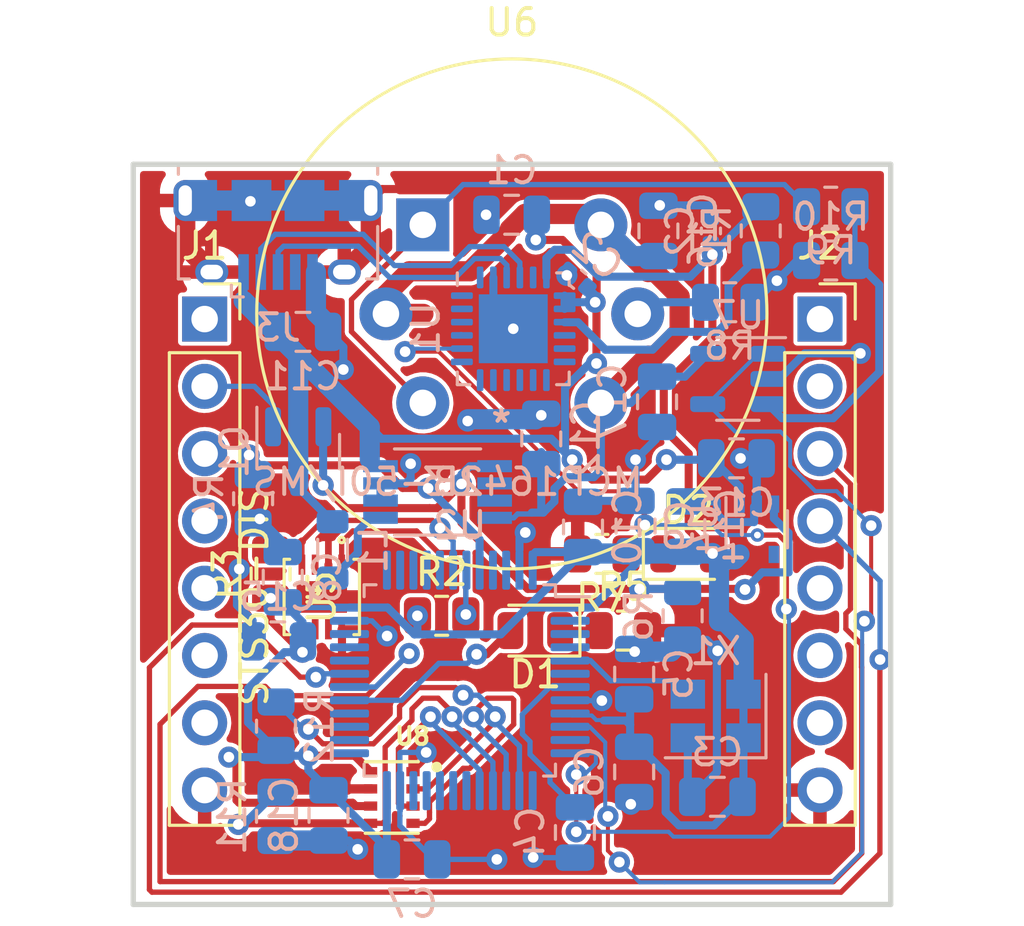
<source format=kicad_pcb>
(kicad_pcb (version 20211014) (generator pcbnew)
  (layers (0 "F.Cu" signal) (31 "B.Cu" signal) (34 "B.Paste" user) (35 "F.Paste" user) (36 "B.SilkS" user "B.Silkscreen") (37 "F.SilkS" user "F.Silkscreen") (38 "B.Mask" user) (39 "F.Mask" user) (44 "Edge.Cuts" user))
  (net 0 "")
  (net 1 "VBUS")
  (net 2 "GND")
  (net 3 "+3V3")
  (net 4 "Net-(C4-Pad1)")
  (net 5 "+5V")
  (net 6 "Net-(D1-Pad1)")
  (net 7 "Net-(D1-Pad2)")
  (net 8 "/RST")
  (net 9 "/INT")
  (net 10 "/Power_sheet/D-")
  (net 11 "/Power_sheet/D+")
  (net 13 "Net-(L1-Pad1)")
  (net 14 "Net-(R1-Pad2)")
  (net 15 "/SDA")
  (net 16 "/SCL")
  (net 17 "Net-(R4-Pad1)")
  (net 18 "/SPI1_MISO")
  (net 19 "/SPI1_NSS")
  (net 20 "/ADC1_IN0")
  (net 33 "/USART2_TX")
  (net 40 "Net-(U2-Pad5)")
  (net 43 "/SPI1_SCK")
  (net 44 "/SPI1_MOSI")
  (net 54 "/USART1_TX")
  (net 55 "/USART1_RX")
  (net 58 "/SWDIO")
  (net 59 "/SWCLK")
  (net 71 "Net-(Q1-Pad2)")
  (net 72 "Net-(R9-Pad1)")
  (net 73 "Net-(R10-Pad1)")
  (net 75 "Net-(D2-Pad1)")
  (net 76 "Net-(R8-Pad1)")
  (net 87 "unconnected-(U1-Pad21)")
  (net 88 "unconnected-(U2-Pad13)")
  (footprint "LED_SMD:LED_0805_2012Metric" (layer "F.Cu") (at 148.1836 81.3816)
    (fp_text reference "D2")
    (fp_text value "LED_RED")
  )
  (footprint "Connector_PinSocket_2.54mm:PinSocket_1x08_P2.54mm_Vertical" (layer "F.Cu") (at 129.946 72.517)
    (fp_text reference "J1")
    (fp_text value "Conn_01x08_Female")
  )
  (footprint "BMP280:XDCR_BMP280" (layer "F.Cu") (at 137.0076 90.5764)
    (fp_text reference "U8")
    (fp_text value "BMP280")
  )
  (footprint "Resistor_SMD:R_0805_2012Metric" (layer "F.Cu") (at 144.9343 81.3816 180)
    (fp_text reference "R7")
    (fp_text value "1k")
  )
  (footprint "STS30-DIS:STS30-DIS" (layer "F.Cu") (at 134.366 83.0072 -90)
    (fp_text reference "U5")
    (fp_text value "STS30-DIS")
  )
  (footprint "Resistor_SMD:R_0805_2012Metric" (layer "F.Cu") (at 138.8891 83.7184)
    (fp_text reference "R2")
    (fp_text value "10k")
  )
  (footprint "Resistor_SMD:R_0805_2012Metric" (layer "F.Cu") (at 145.7452 84.2772)
    (fp_text reference "R5")
    (fp_text value "1k")
  )
  (footprint "Connector_PinSocket_2.54mm:PinSocket_1x08_P2.54mm_Vertical" (layer "F.Cu") (at 153.162 72.517)
    (fp_text reference "J2")
    (fp_text value "Conn_01x08_Female")
  )
  (footprint "Resistor_SMD:R_0805_2012Metric" (layer "F.Cu") (at 132.4356 82.1417 90)
    (fp_text reference "R3")
    (fp_text value "10k")
  )
  (footprint "Sensor:MQ-6" (layer "F.Cu") (at 138.176 68.961)
    (fp_text reference "U6")
    (fp_text value "MQ-6")
  )
  (footprint "LED_SMD:LED_0805_2012Metric" (layer "F.Cu") (at 142.4201 84.2772 180)
    (fp_text reference "D1")
    (fp_text value "LED_GREEN")
  )
  (footprint "Capacitor_SMD:C_0805_2012Metric" (layer "B.Cu") (at 142.6464 77.0408 90)
    (fp_text reference "C12")
    (fp_text value "10u")
  )
  (footprint "Capacitor_SMD:C_0805_2012Metric" (layer "B.Cu") (at 137.7696 92.9132)
    (fp_text reference "C7")
    (fp_text value "100n")
  )
  (footprint "Package_TO_SOT_SMD:SOT-353_SC-70-5" (layer "B.Cu") (at 150.7744 80.452 -90)
    (fp_text reference "U4")
    (fp_text value "MIC5366-3.3YC5")
  )
  (footprint "Capacitor_SMD:C_0402_1005Metric" (layer "B.Cu") (at 144.018 71.014662 140)
    (fp_text reference "C2")
    (fp_text value "0.1u")
  )
  (footprint "Capacitor_SMD:C_0805_2012Metric" (layer "B.Cu") (at 144.2212 80.3656 90)
    (fp_text reference "C10")
    (fp_text value "4.7u")
  )
  (footprint "Resistor_SMD:R_0805_2012Metric" (layer "B.Cu") (at 153.5684 68.2752)
    (fp_text reference "R9")
    (fp_text value "2k")
  )
  (footprint "Capacitor_SMD:C_0805_2012Metric" (layer "B.Cu") (at 150.0124 77.7748)
    (fp_text reference "C13")
    (fp_text value "1u")
  )
  (footprint "Capacitor_SMD:C_0805_2012Metric" (layer "B.Cu") (at 146.1516 89.6112 -90)
    (fp_text reference "C6")
    (fp_text value "10n")
  )
  (footprint "Package_DFN_QFN:QFN-24-1EP_4x4mm_P0.5mm_EP2.6x2.6mm" (layer "B.Cu") (at 141.59 72.883 -90)
    (fp_text reference "U1")
    (fp_text value "~")
  )
  (footprint "Oscillator:Oscillator_SMD_Abracon_ASE-4Pin_3.2x2.5mm" (layer "B.Cu") (at 149.225 87.503 180)
    (fp_text reference "X1")
    (fp_text value "ASE-8MHz")
  )
  (footprint "Resistor_SMD:R_0805_2012Metric" (layer "B.Cu") (at 132.6388 91.2876 -90)
    (fp_text reference "R11")
    (fp_text value "10k")
  )
  (footprint "Resistor_SMD:R_0805_2012Metric" (layer "B.Cu") (at 132.6388 87.8859 90)
    (fp_text reference "R12")
    (fp_text value "10k")
  )
  (footprint "Package_QFP:LQFP-48_7x7mm_P0.5mm" (layer "B.Cu") (at 139.573 86.1568 180)
    (fp_text reference "U2")
    (fp_text value "STM32F103C8Tx")
  )
  (footprint "Capacitor_SMD:C_0805_2012Metric" (layer "B.Cu") (at 134.62 91.252 -90)
    (fp_text reference "C18")
    (fp_text value "100n")
  )
  (footprint "Resistor_SMD:R_0805_2012Metric" (layer "B.Cu") (at 147.9804 83.7184 -90)
    (fp_text reference "R6")
    (fp_text value "10k")
  )
  (footprint "Capacitor_SMD:C_0402_1005Metric" (layer "B.Cu") (at 149.0472 69.1896 -90)
    (fp_text reference "C2")
    (fp_text value "0.1u")
  )
  (footprint "Capacitor_SMD:C_0805_2012Metric" (layer "B.Cu") (at 132.8928 82.2604 90)
    (fp_text reference "C8")
    (fp_text value "100n")
  )
  (footprint "Capacitor_SMD:C_0805_2012Metric" (layer "B.Cu") (at 143.9164 91.8972 -90)
    (fp_text reference "C4")
    (fp_text value "0.1u")
  )
  (footprint "Capacitor_SMD:C_0805_2012Metric" (layer "B.Cu") (at 149.291 90.551 180)
    (fp_text reference "C3")
    (fp_text value "18p")
  )
  (footprint "Capacitor_SMD:C_0805_2012Metric" (layer "B.Cu") (at 147.0152 75.6412 -90)
    (fp_text reference "C17")
    (fp_text value "100n")
  )
  (footprint "Resistor_SMD:R_0805_2012Metric" (layer "B.Cu") (at 153.5684 70.3072 180)
    (fp_text reference "R10")
    (fp_text value "3k")
  )
  (footprint "Capacitor_SMD:C_0805_2012Metric" (layer "B.Cu") (at 146.1516 85.918 90)
    (fp_text reference "C5")
    (fp_text value "1u")
  )
  (footprint "Capacitor_SMD:C_0805_2012Metric" (layer "B.Cu") (at 132.7048 84.6836 180)
    (fp_text reference "C15")
    (fp_text value "100n")
  )
  (footprint "Inductor_SMD:L_0805_2012Metric" (layer "B.Cu") (at 134.7724 81.2292 90)
    (fp_text reference "L1")
    (fp_text value "4.7u")
  )
  (footprint "Resistor_SMD:R_0805_2012Metric" (layer "B.Cu") (at 149.7584 71.882)
    (fp_text reference "R8")
    (fp_text value "10k")
  )
  (footprint "Capacitor_SMD:C_0805_2012Metric" (layer "B.Cu") (at 146.2024 80.33 90)
    (fp_text reference "C9")
    (fp_text value "100n")
  )
  (footprint "Connector_USB:USB_Micro-B_Amphenol_10118194_Horizontal" (layer "B.Cu") (at 132.715 69.342)
    (fp_text reference "J3")
    (fp_text value "USB_B_Micro")
  )
  (footprint "Resistor_SMD:R_0805_2012Metric" (layer "B.Cu") (at 131.7752 79.2988 -90)
    (fp_text reference "R4")
    (fp_text value "10k")
  )
  (footprint "Capacitor_SMD:C_0805_2012Metric" (layer "B.Cu") (at 148.082 80.3504 90)
    (fp_text reference "C14")
    (fp_text value "1u")
  )
  (footprint "MCP1642:MCP1642B-50I&slash_MS" (layer "B.Cu") (at 138.7348 79.0448 180)
    (fp_text reference "U3")
    (fp_text value "MCP1642B-50I/MS")
  )
  (footprint "Capacitor_SMD:C_0805_2012Metric" (layer "B.Cu") (at 141.5288 68.58 180)
    (fp_text reference "C1")
    (fp_text value "1u")
  )
  (footprint "Package_TO_SOT_SMD:SOT-23-5" (layer "B.Cu") (at 150.0632 74.7776 180)
    (fp_text reference "U7")
    (fp_text value "LMV7219M5")
  )
  (footprint "Package_TO_SOT_SMD:SOT-23" (layer "B.Cu") (at 133.477 77.5208 -90)
    (fp_text reference "Q1")
    (fp_text value "2N7002")
  )
  (footprint "Capacitor_SMD:C_0805_2012Metric" (layer "B.Cu") (at 147.066 69.1896 90)
    (fp_text reference "C16")
    (fp_text value "100n")
  )
  (footprint "Resistor_SMD:R_0805_2012Metric" (layer "B.Cu") (at 150.9268 69.1877 -90)
    (fp_text reference "R1")
    (fp_text value "4.7k")
  )
  (footprint "Capacitor_SMD:C_0805_2012Metric" (layer "B.Cu") (at 133.6548 72.9996)
    (fp_text reference "C11")
    (fp_text value "10u")
  )
  (gr_line (start 127.254 94.615) (end 127.254 66.675) (layer "Edge.Cuts") (width 0.2))
  (gr_line (start 155.829 66.675) (end 155.829 94.615) (layer "Edge.Cuts") (width 0.2))
  (gr_line (start 155.829 94.615) (end 127.254 94.615) (layer "Edge.Cuts") (width 0.2))
  (gr_line (start 127.254 66.675) (end 155.829 66.675) (layer "Edge.Cuts") (width 0.2))
  (segment (start 143.443148 69.529148) (end 144.734911 70.820911) (width 0.3048) (layer "F.Cu") (net 1))
  (segment (start 144.566711 78.577511) (end 146.618889 78.577511) (width 0.3048) (layer "F.Cu") (net 1))
  (segment (start 146.618889 78.577511) (end 147.3708 77.8256) (width 0.3048) (layer "F.Cu") (net 1))
  (segment (start 144.734911 70.820911) (end 144.734911 71.825489) (width 0.3048) (layer "F.Cu") (net 1))
  (segment (start 142.440475 69.529148) (end 143.443148 69.529148) (width 0.3048) (layer "F.Cu") (net 1))
  (segment (start 144.734911 71.825489) (end 144.6784 71.882) (width 0.3048) (layer "F.Cu") (net 1))
  (segment (start 144.7292 71.9328) (end 144.6784 71.882) (width 0.3048) (layer "F.Cu") (net 1))
  (segment (start 144.7292 74.1934) (end 144.7292 71.9328) (width 0.3048) (layer "F.Cu") (net 1))
  (segment (start 143.8148 77.8256) (end 144.566711 78.577511) (width 0.3048) (layer "F.Cu") (net 1))
  (via (at 147.3708 77.8256) (size 0.8) (drill 0.4) (layers "F.Cu" "B.Cu") (net 1))
  (via (at 142.440475 69.529148) (size 0.8) (drill 0.4) (layers "F.Cu" "B.Cu") (net 1))
  (via (at 143.8148 77.8256) (size 0.8) (drill 0.4) (layers "F.Cu" "B.Cu") (net 1))
  (via (at 144.7292 74.1934) (size 0.8) (drill 0.4) (layers "F.Cu" "B.Cu") (net 1))
  (via (at 144.6784 71.882) (size 0.8) (drill 0.4) (layers "F.Cu" "B.Cu") (net 1))
  (segment (start 131.415 71.8266) (end 131.4196 71.8312) (width 0.3048) (layer "B.Cu") (net 1))
  (segment (start 133.477 78.8713) (end 134.7724 80.1667) (width 0.3048) (layer "B.Cu") (net 1))
  (segment (start 133.477 78.4583) (end 133.477 78.8713) (width 0.3048) (layer "B.Cu") (net 1))
  (segment (start 136.621311 77.032911) (end 136.176301 76.587901) (width 0.3048) (layer "B.Cu") (net 1))
  (segment (start 144.6784 71.882) (end 144.6784 71.615899) (width 0.3048) (layer "B.Cu") (net 1))
  (segment (start 131.415 70.742) (end 131.415 71.8266) (width 0.3048) (layer "B.Cu") (net 1))
  (segment (start 143.5275 71.633) (end 143.5275 71.8995) (width 0.3048) (layer "B.Cu") (net 1))
  (segment (start 144.6784 71.882) (end 143.545 71.882) (width 0.3048) (layer "B.Cu") (net 1))
  (segment (start 144.465678 74.1934) (end 144.7292 74.1934) (width 0.3048) (layer "B.Cu") (net 1))
  (segment (start 149.1084 77.8208) (end 149.0624 77.7748) (width 0.3048) (layer "B.Cu") (net 1))
  (segment (start 133.477 73.8886) (end 131.4196 71.8312) (width 0.762) (layer "B.Cu") (net 1))
  (segment (start 143.022111 77.032911) (end 136.621311 77.032911) (width 0.3048) (layer "B.Cu") (net 1))
  (segment (start 136.176301 76.587901) (end 136.176301 77.809088) (width 0.762) (layer "B.Cu") (net 1))
  (segment (start 143.5275 71.8995) (end 143.5275 72.133) (width 0.3048) (layer "B.Cu") (net 1))
  (segment (start 143.8148 77.8256) (end 143.544089 77.554889) (width 0.3048) (layer "B.Cu") (net 1))
  (segment (start 133.477 73.8886) (end 136.176301 76.587901) (width 0.762) (layer "B.Cu") (net 1))
  (segment (start 144.6784 71.615899) (end 144.385701 71.3232) (width 0.3048) (layer "B.Cu") (net 1))
  (segment (start 142.440475 68.618325) (end 142.4788 68.58) (width 0.3048) (layer "B.Cu") (net 1))
  (segment (start 143.8148 77.8256) (end 143.022111 77.032911) (width 0.3048) (layer "B.Cu") (net 1))
  (segment (start 142.440475 69.529148) (end 142.440475 68.618325) (width 0.3048) (layer "B.Cu") (net 1))
  (segment (start 149.0116 77.8256) (end 149.0624 77.7748) (width 0.3048) (layer "B.Cu") (net 1))
  (segment (start 150.1244 79.502) (end 150.1244 78.8368) (width 0.3048) (layer "B.Cu") (net 1))
  (segment (start 147.3708 77.8256) (end 149.0116 77.8256) (width 0.3048) (layer "B.Cu") (net 1))
  (segment (start 143.545 71.882) (end 143.5275 71.8995) (width 0.3048) (layer "B.Cu") (net 1))
  (segment (start 150.1244 78.8368) (end 149.0624 77.7748) (width 0.3048) (layer "B.Cu") (net 1))
  (segment (start 143.544089 77.554889) (end 143.544089 75.114989) (width 0.3048) (layer "B.Cu") (net 1))
  (segment (start 143.544089 75.114989) (end 144.465678 74.1934) (width 0.3048) (layer "B.Cu") (net 1))
  (segment (start 133.477 78.7885) (end 133.477 73.8886) (width 0.762) (layer "B.Cu") (net 1))
  (segment (start 136.2456 69.7484) (end 136.215 69.7178) (width 0.762) (layer "F.Cu") (net 2))
  (segment (start 134.616 82.7572) (end 134.366 83.0072) (width 0.3048) (layer "F.Cu") (net 2))
  (segment (start 139.592689 67.609089) (end 136.647911 67.609089) (width 0.3048) (layer "F.Cu") (net 2))
  (segment (start 134.616 81.788) (end 134.616 82.7572) (width 0.3048) (layer "F.Cu") (net 2))
  (segment (start 135.215 70.742) (end 135.252 70.742) (width 0.762) (layer "F.Cu") (net 2))
  (segment (start 135.252 70.742) (end 136.2456 69.7484) (width 0.762) (layer "F.Cu") (net 2))
  (segment (start 135.128 84.2772) (end 135.128 85.2424) (width 0.3048) (layer "F.Cu") (net 2))
  (segment (start 140.5636 68.58) (end 139.592689 67.609089) (width 0.3048) (layer "F.Cu") (net 2))
  (segment (start 129.215 69.742) (end 130.215 70.742) (width 0.762) (layer "F.Cu") (net 2))
  (segment (start 129.215 68.042) (end 129.215 69.742) (width 0.762) (layer "F.Cu") (net 2))
  (segment (start 135.116001 84.265201) (end 135.128 84.2772) (width 0.3048) (layer "F.Cu") (net 2))
  (segment (start 138.303 89.106) (end 137.8076 89.6014) (width 0.2) (layer "F.Cu") (net 2))
  (segment (start 136.647911 67.609089) (end 136.215 68.042) (width 0.3048) (layer "F.Cu") (net 2))
  (segment (start 136.215 69.7178) (end 136.215 68.042) (width 0.762) (layer "F.Cu") (net 2))
  (segment (start 135.116001 84.2264) (end 135.116001 84.265201) (width 0.3048) (layer "F.Cu") (net 2))
  (segment (start 138.303 88.8746) (end 138.303 89.106) (width 0.2) (layer "F.Cu") (net 2))
  (segment (start 135.116001 84.2264) (end 135.89 84.2264) (width 0.3048) (layer "F.Cu") (net 2))
  (via (at 150.1648 77.7748) (size 0.8) (drill 0.4) (layers "F.Cu" "B.Cu") (net 2))
  (via (at 141.59 72.883) (size 0.8) (drill 0.4) (layers "F.Cu" "B.Cu") (net 2))
  (via (at 154.686 73.8124) (size 0.8) (drill 0.4) (layers "F.Cu" "B.Cu") (net 2))
  (via (at 135.7201 92.5322) (size 0.8) (drill 0.4) (layers "F.Cu" "B.Cu") (net 2))
  (via (at 132.0292 80.0608) (size 0.8) (drill 0.4) (layers "F.Cu" "B.Cu") (net 2))
  (via (at 131.253428 81.950843) (size 0.8) (drill 0.4) (layers "F.Cu" "B.Cu") (net 2))
  (via (at 138.303 88.8746) (size 0.8) (drill 0.4) (layers "F.Cu" "B.Cu") (net 2))
  (via (at 144.9324 86.9188) (size 0.8) (drill 0.4) (layers "F.Cu" "B.Cu") (net 2))
  (via (at 142.044092 80.573507) (size 0.8) (drill 0.4) (layers "F.Cu" "B.Cu") (net 2))
  (via (at 149.3012 85.0392) (size 0.8) (drill 0.4) (layers "F.Cu" "B.Cu") (net 2))
  (via (at 146.2024 77.8256) (size 0.8) (drill 0.4) (layers "F.Cu" "B.Cu") (net 2))
  (via (at 146.172 85.0696) (size 0.8) (drill 0.4) (layers "F.Cu" "B.Cu") (net 2))
  (via (at 151.5364 71.0692) (size 0.8) (drill 0.4) (layers "F.Cu" "B.Cu") (net 2))
  (via (at 135.1788 74.422) (size 0.8) (drill 0.4) (layers "F.Cu" "B.Cu") (net 2))
  (via (at 136.8298 84.4804) (size 0.8) (drill 0.4) (layers "F.Cu" "B.Cu") (net 2))
  (via (at 137.7188 77.978) (size 0.8) (drill 0.4) (layers "F.Cu" "B.Cu") (net 2))
  (via (at 143.6116 70.866) (size 0.8) (drill 0.4) (layers "F.Cu" "B.Cu") (net 2))
  (via (at 140.97 92.9132) (size 0.8) (drill 0.4) (layers "F.Cu" "B.Cu") (net 2))
  (via (at 147.1168 68.2244) (size 0.8) (drill 0.4) (layers "F.Cu" "B.Cu") (net 2))
  (via (at 140.5636 68.58) (size 0.8) (drill 0.4) (layers "F.Cu" "B.Cu") (net 2))
  (via (at 142.6464 76.1492) (size 0.8) (drill 0.4) (layers "F.Cu" "B.Cu") (net 2))
  (via (at 146.0246 90.8304) (size 0.8) (drill 0.4) (layers "F.Cu" "B.Cu") (net 2))
  (via (at 142.3416 92.837) (size 0.8) (drill 0.4) (layers "F.Cu" "B.Cu") (net 2))
  (via (at 139.870756 76.365749) (size 0.8) (drill 0.4) (layers "F.Cu" "B.Cu") (net 2))
  (via (at 131.6736 68.072) (size 0.8) (drill 0.4) (layers "F.Cu" "B.Cu") (net 2))
  (segment (start 154.686 73.8124) (end 152.588222 73.8124) (width 0.3048) (layer "B.Cu") (net 2))
  (segment (start 147.9804 84.6309) (end 148.8929 84.6309) (width 0.3048) (layer "B.Cu") (net 2))
  (segment (start 149.032 68.2244) (end 149.0472 68.2396) (width 0.3048) (layer "B.Cu") (net 2))
  (segment (start 142.3416 92.837) (end 142.3518 92.8472) (width 0.2) (layer "B.Cu") (net 2))
  (segment (start 150.7744 79.502) (end 150.676311 79.600089) (width 0.3048) (layer "B.Cu") (net 2))
  (segment (start 151.5364 71.0692) (end 152.2984 70.3072) (width 0.3048) (layer "B.Cu") (net 2))
  (segment (start 137.3124 91.6432) (end 138.5824 92.9132) (width 0.2) (layer "B.Cu") (net 2))
  (segment (start 149.273089 89.618911) (end 148.341 90.551) (width 0.3048) (layer "B.Cu") (net 2))
  (segment (start 137.541001 78.719799) (end 137.7188 78.542) (width 0.3048) (layer "B.Cu") (net 2))
  (segment (start 148.175 90.385) (end 148.341 90.551) (width 0.3048) (layer "B.Cu") (net 2))
  (segment (start 146.172 85.0696) (end 147.5417 85.0696) (width 0.762) (layer "B.Cu") (net 2))
  (segment (start 132.08 80.4976) (end 132.8928 81.3104) (width 0.3048) (layer "B.Cu") (net 2))
  (segment (start 140.97 92.9132) (end 138.7196 92.9132) (width 0.2) (layer "B.Cu") (net 2))
  (segment (start 136.582701 79.369801) (end 136.582701 78.719799) (width 0.3048) (layer "B.Cu") (net 2))
  (segment (start 140.84 70.9455) (end 140.84 72.133) (width 0.3048) (layer "B.Cu") (net 2))
  (segment (start 134.7216 72.8472) (end 134.145511 72.271111) (width 0.762) (layer "B.Cu") (net 2))
  (segment (start 140.84 72.133) (end 141.59 72.883) (width 0.3048) (layer "B.Cu") (net 2))
  (segment (start 134.6181 92.2001) (end 134.62 92.202) (width 0.762) (layer "B.Cu") (net 2))
  (segment (start 146.2024 79.38) (end 144.2568 79.38) (width 0.3048) (layer "B.Cu") (net 2))
  (segment (start 132.6388 92.2001) (end 134.6181 92.2001) (width 0.762) (layer "B.Cu") (net 2))
  (segment (start 136.582701 78.719799) (end 137.541001 78.719799) (width 0.3048) (layer "B.Cu") (net 2))
  (segment (start 149.2758 79.4004) (end 148.082 79.4004) (width 0.3048) (layer "B.Cu") (net 2))
  (segment (start 148.175 88.328) (end 148.175 90.385) (width 0.3048) (layer "B.Cu") (net 2))
  (segment (start 151.4837 71.0692) (end 150.6709 71.882) (width 0.3048) (layer "B.Cu") (net 2))
  (segment (start 135.4105 83.9068) (end 136.2562 83.9068) (width 0.2) (layer "B.Cu") (net 2))
  (segment (start 137.3378 88.8746) (end 138.303 88.8746) (width 0.2) (layer "B.Cu") (net 2))
  (segment (start 135.1788 73.5736) (end 134.6048 72.9996) (width 0.3048) (layer "B.Cu") (net 2))
  (segment (start 149.3012 85.0392) (end 149.273089 85.067311) (width 0.3048) (layer "B.Cu") (net 2))
  (segment (start 131.1656 83.312) (end 131.1656 82.038671) (width 0.3048) (layer "B.Cu") (net 2))
  (segment (start 137.323 90.3193) (end 137.323 91.086451) (width 0.2) (layer "B.Cu") (net 2))
  (segment (start 132.8928 80.9244) (end 132.8928 81.3104) (width 0.3048) (layer "B.Cu") (net 2))
  (segment (start 150.7744 79.502) (end 150.7744 77.9628) (width 0.3048) (layer "B.Cu") (net 2))
  (segment (start 137.3124 88.9) (end 137.3378 88.8746) (width 0.2) (layer "B.Cu") (net 2))
  (segment (start 149.0472 68.7096) (end 149.0472 68.2396) (width 0.3048) (layer "B.Cu") (net 2))
  (segment (start 132.0292 80.0608) (end 132.8928 80.9244) (width 0.3048) (layer "B.Cu") (net 2))
  (segment (start 150.7744 77.9628) (end 150.9624 77.7748) (width 0.3048) (layer "B.Cu") (net 2))
  (segment (start 149.572489 80.178911) (end 149.2758 79.882222) (width 0.3048) (layer "B.Cu") (net 2))
  (segment (start 144.9324 86.9188) (end 143.7475 86.9188) (width 0.2) (layer "B.Cu") (net 2))
  (segment (start 132.08 80.0608) (end 132.08 80.4976) (width 0.3048) (layer "B.Cu") (net 2))
  (segment (start 141.82492 80.792679) (end 141.82492 81.2292) (width 0.3048) (layer "B.Cu") (net 2))
  (segment (start 137.3124 91.097051) (end 137.3124 91.6432) (width 0.2) (layer "B.Cu") (net 2))
  (segment (start 131.7548 84.6836) (end 131.7548 83.9012) (width 0.3048) (layer "B.Cu") (net 2))
  (segment (start 142.3518 92.8472) (end 143.9164 92.8472) (width 0.2) (layer "B.Cu") (net 2))
  (segment (start 150.676311 80.178911) (end 149.572489 80.178911) (width 0.3048) (layer "B.Cu") (net 2))
  (segment (start 135.7201 92.5322) (end 135.3899 92.202) (width 0.3048) (layer "B.Cu") (net 2))
  (segment (start 146.9644 76.2356) (end 146.9644 77.0636) (width 0.3048) (layer "B.Cu") (net 2))
  (segment (start 142.044092 80.573507) (end 141.82492 80.792679) (width 0.3048) (layer "B.Cu") (net 2))
  (segment (start 137.3124 90.3087) (end 137.3124 88.9) (width 0.2) (layer "B.Cu") (net 2))
  (segment (start 143.7475 86.9188) (end 143.7355 86.9068) (width 0.2) (layer "B.Cu") (net 2))
  (segment (start 151.623022 74.7776) (end 151.2007 74.7776) (width 0.3048) (layer "B.Cu") (net 2))
  (segment (start 152.2984 70.3072) (end 152.6559 70.3072) (width 0.3048) (layer "B.Cu") (net 2))
  (segment (start 145.9992 90.805) (end 145.9992 90.5612) (width 0.3048) (layer "B.Cu") (net 2))
  (segment (start 134.145511 72.271111) (end 134.145511 70.742) (width 0.762) (layer "B.Cu") (net 2))
  (segment (start 147.5417 85.0696) (end 147.9804 84.6309) (width 0.762) (layer "B.Cu") (net 2))
  (segment (start 149.273089 85.067311) (end 149.273089 89.618911) (width 0.3048) (layer "B.Cu") (net 2))
  (segment (start 138.5824 92.9132) (end 138.7196 92.9132) (width 0.2) (layer "B.Cu") (net 2))
  (segment (start 150.676311 79.600089) (end 150.676311 80.178911) (width 0.3048) (layer "B.Cu") (net 2))
  (segment (start 150.7744 78.435727) (end 150.7744 79.502) (width 0.3048) (layer "B.Cu") (net 2))
  (segment (start 150.1648 77.7748) (end 150.9624 77.7748) (width 0.3048) (layer "B.Cu") (net 2))
  (segment (start 144.2568 79.38) (end 144.2212 79.4156) (width 0.3048) (layer "B.Cu") (net 2))
  (segment (start 151.5364 71.0692) (end 151.4837 71.0692) (width 0.3048) (layer "B.Cu") (net 2))
  (segment (start 142.437209 76.299991) (end 139.870756 76.299991) (width 0.762) (layer "B.Cu") (net 2))
  (segment (start 131.7548 83.9012) (end 131.1656 83.312) (width 0.3048) (layer "B.Cu") (net 2))
  (segment (start 146.9644 77.0636) (end 146.2024 77.8256) (width 0.3048) (layer "B.Cu") (net 2))
  (segment (start 146.0246 90.8304) (end 145.9992 90.805) (width 0.3048) (layer "B.Cu") (net 2))
  (segment (start 137.323 91.086451) (end 137.3124 91.097051) (width 0.2) (layer "B.Cu") (net 2))
  (segment (start 135.1788 74.422) (end 135.1788 73.5736) (width 0.3048) (layer "B.Cu") (net 2))
  (segment (start 150.789041 78.421086) (end 150.7744 78.435727) (width 0.3048) (layer "B.Cu") (net 2))
  (segment (start 136.2562 83.9068) (end 136.8298 84.4804) (width 0.2) (layer "B.Cu") (net 2))
  (segment (start 142.6464 76.0908) (end 142.437209 76.299991) (width 0.762) (layer "B.Cu") (net 2))
  (segment (start 152.588222 73.8124) (end 151.623022 74.7776) (width 0.3048) (layer "B.Cu") (net 2))
  (segment (start 149.2758 79.882222) (end 149.2758 79.4004) (width 0.3048) (layer "B.Cu") (net 2))
  (segment (start 129.815 68.042) (end 135.615 68.042) (width 0.762) (layer "B.Cu") (net 2))
  (segment (start 147.1168 68.2244) (end 149.032 68.2244) (width 0.3048) (layer "B.Cu") (net 2))
  (segment (start 131.1656 82.038671) (end 131.253428 81.950843) (width 0.3048) (layer "B.Cu") (net 2))
  (segment (start 145.9992 85.0696) (end 146.172 85.0696) (width 0.762) (layer "B.Cu") (net 2))
  (segment (start 137.323 90.3193) (end 137.3124 90.3087) (width 0.2) (layer "B.Cu") (net 2))
  (segment (start 148.8929 84.6309) (end 149.3012 85.0392) (width 0.3048) (layer "B.Cu") (net 2))
  (segment (start 137.7188 78.542) (end 137.7188 77.978) (width 0.3048) (layer "B.Cu") (net 2))
  (segment (start 146.2024 77.8256) (end 146.2024 79.38) (width 0.3048) (layer "B.Cu") (net 2))
  (segment (start 135.3899 92.202) (end 134.62 92.202) (width 0.3048) (layer "B.Cu") (net 2))
  (segment (start 135.52732 90.77592) (end 135.6528 90.9014) (width 0.3048) (layer "F.Cu") (net 3))
  (segment (start 132.4356 83.891297) (end 132.4356 83.0542) (width 0.3048) (layer "F.Cu") (net 3))
  (segment (start 149.1031 70.0837) (end 149.1031 73.1977) (width 0.3048) (layer "F.Cu") (net 3))
  (segment (start 148.209 80.4695) (end 149.1211 81.3816) (width 0.3048) (layer "F.Cu") (net 3))
  (segment (start 149.1031 73.1977) (end 147.2692 75.0316) (width 0.3048) (layer "F.Cu") (net 3))
  (segment (start 135.6078 89.0016) (end 136.2076 89.6014) (width 0.3048) (layer "F.Cu") (net 3))
  (segment (start 131.147911 89.339511) (end 131.147911 90.678) (width 0.3048) (layer "F.Cu") (net 3))
  (segment (start 130.8608 89.0524) (end 131.147911 89.339511) (width 0.3048) (layer "F.Cu") (net 3))
  (segment (start 133.615999 85.071696) (end 133.615999 84.2264) (width 0.3048) (layer "F.Cu") (net 3))
  (segment (start 147.2692 76.660636) (end 148.209 77.600436) (width 0.3048) (layer "F.Cu") (net 3))
  (segment (start 131.245831 90.77592) (end 135.52732 90.77592) (width 0.3048) (layer "F.Cu") (net 3))
  (segment (start 131.147911 90.678) (end 131.245831 90.77592) (width 0.3048) (layer "F.Cu") (net 3))
  (segment (start 147.2692 75.0316) (end 147.2692 76.660636) (width 0.3048) (layer "F.Cu") (net 3))
  (segment (start 148.209 77.600436) (end 148.209 80.4695) (width 0.3048) (layer "F.Cu") (net 3))
  (segment (start 133.858 89.0016) (end 135.6078 89.0016) (width 0.3048) (layer "F.Cu") (net 3))
  (segment (start 133.636942 85.092639) (end 133.615999 85.071696) (width 0.3048) (layer "F.Cu") (net 3))
  (segment (start 135.6528 90.9014) (end 136.2076 90.9014) (width 0.3048) (layer "F.Cu") (net 3))
  (segment (start 133.636942 85.092639) (end 132.4356 83.891297) (width 0.3048) (layer "F.Cu") (net 3))
  (via (at 149.1084 81.3664) (size 0.8) (drill 0.4) (layers "F.Cu" "B.Cu") (net 3))
  (via (at 130.8608 89.0524) (size 0.8) (drill 0.4) (layers "F.Cu" "B.Cu") (net 3))
  (via (at 133.858 89.0016) (size 0.8) (drill 0.4) (layers "F.Cu" "B.Cu") (net 3))
  (via (at 132.4356 83.0542) (size 0.8) (drill 0.4) (layers "F.Cu" "B.Cu") (net 3))
  (via (at 149.1031 70.0837) (size 0.8) (drill 0.4) (layers "F.Cu" "B.Cu") (net 3))
  (via (at 133.636942 85.092639) (size 0.8) (drill 0.4) (layers "F.Cu" "B.Cu") (net 3))
  (via (at 137.9728 83.7184) (size 0.8) (drill 0.4) (layers "F.Cu" "B.Cu") (net 3))
  (segment (start 143.1544 69.9008) (end 142.84 70.2152) (width 0.3048) (layer "B.Cu") (net 3))
  (segment (start 143.7355 87.4068) (end 143.80978 87.48108) (width 0.1524) (layer "B.Cu") (net 3))
  (segment (start 137.861111 84.419511) (end 136.84648 83.40488) (width 0.3048) (layer "B.Cu") (net 3))
  (segment (start 135.4105 83.4068) (end 133.0892 83.4068) (width 0.2) (layer "B.Cu") (net 3))
  (segment (start 149.9418 81.5846) (end 149.3266 81.5846) (width 0.762) (layer "B.Cu") (net 3))
  (segment (start 133.858 89.0016) (end 133.858 89.54) (width 0.3048) (layer "B.Cu") (net 3))
  (segment (start 133.858 89.0016) (end 132.842 89.0016) (width 0.3048) (layer "B.Cu") (net 3))
  (segment (start 146.2024 81.777316) (end 146.2024 81.28) (width 0.3048) (layer "B.Cu") (net 3))
  (segment (start 133.636942 83.954542) (end 132.8928 83.2104) (width 0.3048) (layer "B.Cu") (net 3))
  (segment (start 132.3848 89.0524) (end 132.6388 88.7984) (width 0.3048) (layer "B.Cu") (net 3))
  (segment (start 136.8196 92.5016) (end 136.8196 92.9132) (width 0.3048) (layer "B.Cu") (net 3))
  (segment (start 132.955818 85.092639) (end 131.58688 86.461577) (width 0.3048) (layer "B.Cu") (net 3))
  (segment (start 149.0472 70.1396) (end 148.27 70.9168) (width 0.3048) (layer "B.Cu") (net 3))
  (segment (start 149.1031 70.0837) (end 149.0472 70.1396) (width 0.3048) (layer "B.Cu") (net 3))
  (segment (start 136.8196 92.9132) (end 136.82108 92.91172) (width 0.3048) (layer "B.Cu") (net 3))
  (segment (start 137.9728 84.307822) (end 137.861111 84.419511) (width 0.3048) (layer "B.Cu") (net 3))
  (segment (start 142.13192 83.40488) (end 144.574836 83.40488) (width 0.3048) (layer "B.Cu") (net 3))
  (segment (start 144.2212 81.3156) (end 142.428 81.3156) (width 0.3048) (layer "B.Cu") (net 3))
  (segment (start 145.9992 87.8332) (end 145.9992 86.9696) (width 0.3048) (layer "B.Cu") (net 3))
  (segment (start 145.9992 88.6612) (end 145.9992 87.8332) (width 0.3048) (layer "B.Cu") (net 3))
  (segment (start 150.275 90.517) (end 150.275 86.678) (width 0.3048) (layer "B.Cu") (net 3))
  (segment (start 149.16408 91.62792) (end 150.241 90.551) (width 0.3048) (layer "B.Cu") (net 3))
  (segment (start 145.9992 87.8332) (end 145.836711 87.670711) (width 0.3048) (layer "B.Cu") (net 3))
  (segment (start 144.2212 81.3156) (end 142.1308 83.406) (width 0.3048) (layer "B.Cu") (net 3))
  (segment (start 131.58688 87.74648) (end 132.6388 88.7984) (width 0.3048) (layer "B.Cu") (net 3))
  (segment (start 149.352 81.61) (end 149.1084 81.3664) (width 0.762) (layer "B.Cu") (net 3))
  (segment (start 149.3266 81.5846) (end 149.1084 81.3664) (width 0.762) (layer "B.Cu") (net 3))
  (segment (start 149.570253 83.9216) (end 150.281711 84.633058) (width 0.762) (layer "B.Cu") (net 3))
  (segment (start 146.2888 81.3664) (end 146.2024 81.28) (width 0.3048) (layer "B.Cu") (net 3))
  (segment (start 142.32492 81.41868) (end 142.32492 81.9943) (width 0.3048) (layer "B.Cu") (net 3))
  (segment (start 150.281711 84.633058) (end 150.281711 86.671289) (width 0.762) (layer "B.Cu") (net 3))
  (segment (start 150.9116 68.2752) (end 149.1031 70.0837) (width 0.3048) (layer "B.Cu") (net 3))
  (segment (start 147.3404 89.662) (end 147.3404 91.126643) (width 0.3048) (layer "B.Cu") (net 3))
  (segment (start 134.62 90.302) (end 136.8196 92.5016) (width 0.3048) (layer "B.Cu") (net 3))
  (segment (start 142.1308 83.406) (end 141.117289 84.419511) (width 0.3048) (layer "B.Cu") (net 3))
  (segment (start 149.352 83.9216) (end 149.570253 83.9216) (width 0.762) (layer "B.Cu") (net 3))
  (segment (start 130.8608 89.0524) (end 132.3848 89.0524) (width 0.3048) (layer "B.Cu") (net 3))
  (segment (start 144.8308 70.9168) (end 143.8148 69.9008) (width 0.3048) (layer "B.Cu") (net 3))
  (segment (start 133.0892 83.4068) (end 132.8928 83.2104) (width 0.2) (layer "B.Cu") (net 3))
  (segment (start 142.428 81.3156) (end 142.32492 81.41868) (width 0.3048) (layer "B.Cu") (net 3))
  (segment (start 133.858 89.54) (end 134.62 90.302) (width 0.3048) (layer "B.Cu") (net 3))
  (segment (start 133.636942 85.092639) (end 133.636942 83.954542) (width 0.3048) (layer "B.Cu") (net 3))
  (segment (start 148.27 70.9168) (end 144.8308 70.9168) (width 0.3048) (layer "B.Cu") (net 3))
  (segment (start 145.836711 87.670711) (end 145.0086 87.670711) (width 0.3048) (layer "B.Cu") (net 3))
  (segment (start 137.9728 83.7184) (end 137.9728 84.307822) (width 0.3048) (layer "B.Cu") (net 3))
  (segment (start 150.281711 86.671289) (end 150.275 86.678) (width 0.762) (layer "B.Cu") (net 3))
  (segment (start 144.724511 87.6554) (end 145.0086 87.6554) (width 0.1524) (layer "B.Cu") (net 3))
  (segment (start 142.84 70.2152) (end 142.84 70.9455) (width 0.3048) (layer "B.Cu") (net 3))
  (segment (start 144.574836 83.40488) (end 146.2024 81.777316) (width 0.3048) (layer "B.Cu") (net 3))
  (segment (start 150.9268 68.2752) (end 150.9116 68.2752) (width 0.3048) (layer "B.Cu") (net 3))
  (segment (start 143.80978 87.48108) (end 144.550191 87.48108) (width 0.1524) (layer "B.Cu") (net 3))
  (segment (start 131.58688 86.461577) (end 131.58688 87.74648) (width 0.3048) (layer "B.Cu") (net 3))
  (segment (start 150.1244 81.402) (end 149.9418 81.5846) (width 0.762) (layer "B.Cu") (net 3))
  (segment (start 145.9992 88.6612) (end 146.3396 88.6612) (width 0.3048) (layer "B.Cu") (net 3))
  (segment (start 146.3396 88.6612) (end 147.3404 89.662) (width 0.3048) (layer "B.Cu") (net 3))
  (segment (start 132.842 89.0016) (end 132.6388 88.7984) (width 0.3048) (layer "B.Cu") (net 3))
  (segment (start 142.1308 83.406) (end 142.13192 83.40488) (width 0.3048) (layer "B.Cu") (net 3))
  (segment (start 136.82108 92.91172) (end 136.82108 90.3193) (width 0.3048) (layer "B.Cu") (net 3))
  (segment (start 147.841677 91.62792) (end 149.16408 91.62792) (width 0.3048) (layer "B.Cu") (net 3))
  (segment (start 144.272 81.3664) (end 144.2212 81.3156) (width 0.762) (layer "B.Cu") (net 3))
  (segment (start 133.636942 85.092639) (end 132.955818 85.092639) (width 0.3048) (layer "B.Cu") (net 3))
  (segment (start 136.84648 83.40488) (end 135.4105 83.40488) (width 0.3048) (layer "B.Cu") (net 3))
  (segment (start 150.241 90.551) (end 150.275 90.517) (width 0.3048) (layer "B.Cu") (net 3))
  (segment (start 144.550191 87.48108) (end 144.724511 87.6554) (width 0.1524) (layer "B.Cu") (net 3))
  (segment (start 149.352 83.9216) (end 149.352 81.61) (width 0.762) (layer "B.Cu") (net 3))
  (segment (start 149.1084 81.3664) (end 144.272 81.3664) (width 0.762) (layer "B.Cu") (net 3))
  (segment (start 147.3404 91.126643) (end 147.841677 91.62792) (width 0.3048) (layer "B.Cu") (net 3))
  (segment (start 141.117289 84.419511) (end 137.861111 84.419511) (width 0.3048) (layer "B.Cu") (net 3))
  (segment (start 143.8148 69.9008) (end 143.1544 69.9008) (width 0.3048) (layer "B.Cu") (net 3))
  (segment (start 141.9352 87.439949) (end 141.9352 88.182594) (width 0.2) (layer "B.Cu") (net 4))
  (segment (start 142.968349 86.4068) (end 141.9352 87.439949) (width 0.2) (layer "B.Cu") (net 4))
  (segment (start 142.9766 90.0074) (end 143.9164 90.9472) (width 0.2) (layer "B.Cu") (net 4))
  (segment (start 142.22252 88.469914) (end 142.22252 88.951669) (width 0.2) (layer "B.Cu") (net 4))
  (segment (start 143.9164 90.9472) (end 143.9164 90.645549) (width 0.2) (layer "B.Cu") (net 4))
  (segment (start 142.9766 89.705749) (end 142.9766 90.0074) (width 0.2) (layer "B.Cu") (net 4))
  (segment (start 142.22252 88.951669) (end 142.9766 89.705749) (width 0.2) (layer "B.Cu") (net 4))
  (segment (start 143.7355 86.4068) (end 142.968349 86.4068) (width 0.2) (layer "B.Cu") (net 4))
  (segment (start 141.9352 88.182594) (end 142.22252 88.469914) (width 0.2) (layer "B.Cu") (net 4))
  (segment (start 147.866511 71.66633) (end 147.866511 72.97567) (width 0.762) (layer "F.Cu") (net 5))
  (segment (start 136.786 72.321) (end 136.595489 72.511511) (width 0.762) (layer "F.Cu") (net 5))
  (segment (start 144.896 68.961) (end 144.483637 68.548637) (width 0.762) (layer "F.Cu") (net 5))
  (segment (start 146.675489 73.901511) (end 144.896 75.681) (width 0.762) (layer "F.Cu") (net 5))
  (segment (start 139.954 70.7136) (end 141.3256 69.342) (width 0.762) (layer "F.Cu") (net 5))
  (segment (start 144.896 68.961) (end 146.675489 70.740489) (width 0.762) (layer "F.Cu") (net 5))
  (segment (start 146.675489 70.740489) (end 146.94067 70.740489) (width 0.762) (layer "F.Cu") (net 5))
  (segment (start 144.483637 68.548637) (end 142.034333 68.548637) (width 0.762) (layer "F.Cu") (net 5))
  (segment (start 147.866511 72.97567) (end 146.94067 73.901511) (width 0.762) (layer "F.Cu") (net 5))
  (segment (start 136.786 72.321) (end 138.200213 72.321) (width 0.762) (layer "F.Cu") (net 5))
  (segment (start 136.786 71.5956) (end 137.668 70.7136) (width 0.762) (layer "F.Cu") (net 5))
  (segment (start 136.786 72.321) (end 136.786 71.5956) (width 0.762) (layer "F.Cu") (net 5))
  (segment (start 146.94067 70.740489) (end 147.866511 71.66633) (width 0.762) (layer "F.Cu") (net 5))
  (segment (start 146.94067 73.901511) (end 146.675489 73.901511) (width 0.762) (layer "F.Cu") (net 5))
  (segment (start 137.668 70.7136) (end 139.954 70.7136) (width 0.762) (layer "F.Cu") (net 5))
  (segment (start 142.034333 68.548637) (end 141.459964 69.123006) (width 0.762) (layer "F.Cu") (net 5))
  (segment (start 144.6276 78.486) (end 143.574557 78.486) (width 0.3048) (layer "B.Cu") (net 5))
  (segment (start 141.754344 79.873996) (end 142.2908 79.873996) (width 0.2) (layer "B.Cu") (net 5))
  (segment (start 147.0152 74.6912) (end 148.0621 74.6912) (width 0.3048) (layer "B.Cu") (net 5))
  (segment (start 148.0621 74.6912) (end 148.9257 73.8276) (width 0.3048) (layer "B.Cu") (net 5))
  (segment (start 143.574557 78.486) (end 143.14428 78.916277) (width 0.3048) (layer "B.Cu") (net 5))
  (segment (start 144.896 75.681) (end 144.896 78.2176) (width 0.3048) (layer "B.Cu") (net 5))
  (segment (start 144.896 78.2176) (end 144.6276 78.486) (width 0.3048) (layer "B.Cu") (net 5))
  (segment (start 146.0746 70.1396) (end 144.896 68.961) (width 0.762) (layer "B.Cu") (net 5))
  (segment (start 140.886899 80.019799) (end 141.608541 80.019799) (width 0.2) (layer "B.Cu") (net 5))
  (segment (start 143.14428 79.4004) (end 142.723084 79.821596) (width 0.3048) (layer "B.Cu") (net 5))
  (segment (start 142.723084 79.821596) (end 142.2908 79.821596) (width 0.3048) (layer "B.Cu") (net 5))
  (segment (start 142.6464 79.744912) (end 142.6464 77.537231) (width 0.3048) (layer "B.Cu") (net 5))
  (segment (start 142.723084 79.821596) (end 142.6464 79.744912) (width 0.3048) (layer "B.Cu") (net 5))
  (segment (start 143.14428 78.916277) (end 143.14428 79.4004) (width 0.3048) (layer "B.Cu") (net 5))
  (segment (start 141.608541 80.019799) (end 141.754344 79.873996) (width 0.2) (layer "B.Cu") (net 5))
  (segment (start 146.0254 75.681) (end 147.0152 74.6912) (width 0.3048) (layer "B.Cu") (net 5))
  (segment (start 147.066 70.1396) (end 146.0746 70.1396) (width 0.762) (layer "B.Cu") (net 5))
  (segment (start 144.896 75.681) (end 146.0254 75.681) (width 0.3048) (layer "B.Cu") (net 5))
  (segment (start 143.3576 84.2772) (end 144.8327 84.2772) (width 0.3048) (layer "F.Cu") (net 6))
  (segment (start 140.588389 85.171411) (end 141.4826 84.2772) (width 0.3048) (layer "F.Cu") (net 7))
  (segment (start 140.208 85.171411) (end 140.588389 85.171411) (width 0.3048) (layer "F.Cu") (net 7))
  (via (at 140.208 85.171411) (size 0.8) (drill 0.4) (layers "F.Cu" "B.Cu") (net 7))
  (segment (start 138.781977 85.511769) (end 139.867642 85.511769) (width 0.2) (layer "B.Cu") (net 7))
  (segment (start 137.386945 86.9068) (end 138.781977 85.511769) (width 0.2) (layer "B.Cu") (net 7))
  (segment (start 135.4105 86.9068) (end 137.386945 86.9068) (width 0.2) (layer "B.Cu") (net 7))
  (segment (start 139.867642 85.511769) (end 140.208 85.171411) (width 0.2) (layer "B.Cu") (net 7))
  (segment (start 132.527 75.758) (end 131.826 75.057) (width 0.2) (layer "B.Cu") (net 8))
  (segment (start 132.527 76.9135) (end 132.527 75.758) (width 0.2) (layer "B.Cu") (net 8))
  (segment (start 131.826 75.057) (end 129.946 75.057) (width 0.2) (layer "B.Cu") (net 8))
  (segment (start 132.612502 69.317498) (end 132.065 69.865) (width 0.2) (layer "B.Cu") (net 10))
  (segment (start 132.065 69.865) (end 132.065 70.742) (width 0.2) (layer "B.Cu") (net 10))
  (segment (start 135.929698 69.317498) (end 132.612502 69.317498) (width 0.2) (layer "B.Cu") (net 10))
  (segment (start 137.1077 70.4955) (end 135.929698 69.317498) (width 0.2) (layer "B.Cu") (net 10))
  (segment (start 139.941154 69.783489) (end 139.229143 70.4955) (width 0.2) (layer "B.Cu") (net 10))
  (segment (start 141.238846 69.783489) (end 139.941154 69.783489) (width 0.2) (layer "B.Cu") (net 10))
  (segment (start 141.238846 69.783489) (end 141.84 70.384643) (width 0.2) (layer "B.Cu") (net 10))
  (segment (start 141.84 70.384643) (end 141.84 70.9455) (width 0.2) (layer "B.Cu") (net 10))
  (segment (start 139.229143 70.4955) (end 137.1077 70.4955) (width 0.2) (layer "B.Cu") (net 10))
  (segment (start 136.9213 70.9455) (end 139.415527 70.9455) (width 0.2) (layer "B.Cu") (net 11))
  (segment (start 132.715 69.977) (end 132.924502 69.767498) (width 0.2) (layer "B.Cu") (net 11))
  (segment (start 141.351 70.485) (end 141.351 70.9345) (width 0.2) (layer "B.Cu") (net 11))
  (segment (start 141.351 70.9345) (end 141.34 70.9455) (width 0.2) (layer "B.Cu") (net 11))
  (segment (start 140.127547 70.23348) (end 141.09948 70.23348) (width 0.2) (layer "B.Cu") (net 11))
  (segment (start 132.924502 69.767498) (end 135.743298 69.767498) (width 0.2) (layer "B.Cu") (net 11))
  (segment (start 132.715 70.742) (end 132.715 69.977) (width 0.2) (layer "B.Cu") (net 11))
  (segment (start 135.743298 69.767498) (end 136.9213 70.9455) (width 0.2) (layer "B.Cu") (net 11))
  (segment (start 141.09948 70.23348) (end 141.351 70.485) (width 0.2) (layer "B.Cu") (net 11))
  (segment (start 139.415527 70.9455) (end 140.127547 70.23348) (width 0.2) (layer "B.Cu") (net 11))
  (segment (start 135.72432 80.518) (end 136.222521 80.019799) (width 0.3048) (layer "B.Cu") (net 13))
  (segment (start 136.222521 80.019799) (end 136.582701 80.019799) (width 0.3048) (layer "B.Cu") (net 13))
  (segment (start 134.7724 82.2917) (end 135.72432 81.33978) (width 0.3048) (layer "B.Cu") (net 13))
  (segment (start 135.72432 81.33978) (end 135.72432 80.518) (width 0.3048) (layer "B.Cu") (net 13))
  (segment (start 146.845981 73.672911) (end 145.065989 73.672911) (width 0.3048) (layer "B.Cu") (net 14))
  (segment (start 147.519292 72.9996) (end 146.845981 73.672911) (width 0.3048) (layer "B.Cu") (net 14))
  (segment (start 145.065989 73.672911) (end 144.030398 72.63732) (width 0.3048) (layer "B.Cu") (net 14))
  (segment (start 150.888957 70.1002) (end 149.71032 71.278837) (width 0.3048) (layer "B.Cu") (net 14))
  (segment (start 149.71032 72.581323) (end 149.292043 72.9996) (width 0.3048) (layer "B.Cu") (net 14))
  (segment (start 144.030398 72.63732) (end 143.5275 72.63732) (width 0.3048) (layer "B.Cu") (net 14))
  (segment (start 150.9268 70.1002) (end 150.888957 70.1002) (width 0.3048) (layer "B.Cu") (net 14))
  (segment (start 149.292043 72.9996) (end 147.519292 72.9996) (width 0.3048) (layer "B.Cu") (net 14))
  (segment (start 149.71032 71.278837) (end 149.71032 72.581323) (width 0.3048) (layer "B.Cu") (net 14))
  (segment (start 135.5344 80.5164) (end 135.116001 80.934799) (width 0.2) (layer "F.Cu") (net 15))
  (segment (start 139.7 81.3308) (end 138.76033 81.3308) (width 0.2) (layer "F.Cu") (net 15))
  (segment (start 139.8016 81.4324) (end 139.7 81.3308) (width 0.2) (layer "F.Cu") (net 15))
  (segment (start 137.94593 80.5164) (end 135.5344 80.5164) (width 0.2) (layer "F.Cu") (net 15))
  (segment (start 135.116001 80.934799) (end 135.116001 81.788) (width 0.2) (layer "F.Cu") (net 15))
  (segment (start 139.8016 83.6676) (end 139.8016 81.4324) (width 0.2) (layer "F.Cu") (net 15))
  (segment (start 138.76033 81.3308) (end 137.94593 80.5164) (width 0.2) (layer "F.Cu") (net 15))
  (via (at 139.8016 83.6676) (size 0.8) (drill 0.4) (layers "F.Cu" "B.Cu") (net 15))
  (segment (start 139.8016 82.0157) (end 139.823 81.9943) (width 0.2) (layer "B.Cu") (net 15))
  (segment (start 139.8016 83.6676) (end 139.8016 82.0157) (width 0.2) (layer "B.Cu") (net 15))
  (segment (start 133.2992 81.2292) (end 133.615999 80.912401) (width 0.3048) (layer "F.Cu") (net 16))
  (segment (start 134.41152 80.11688) (end 133.615999 80.912401) (width 0.2) (layer "F.Cu") (net 16))
  (segment (start 133.615999 80.912401) (end 133.615999 81.788) (width 0.2) (layer "F.Cu") (net 16))
  (segment (start 138.535669 80.11688) (end 134.41152 80.11688) (width 0.2) (layer "F.Cu") (net 16))
  (segment (start 132.4356 81.2292) (end 133.2992 81.2292) (width 0.3048) (layer "F.Cu") (net 16))
  (segment (start 138.825568 80.406779) (end 138.535669 80.11688) (width 0.2) (layer "F.Cu") (net 16))
  (via (at 138.825568 80.406779) (size 0.8) (drill 0.4) (layers "F.Cu" "B.Cu") (net 16))
  (segment (start 139.323 81.9943) (end 139.323 80.904211) (width 0.2) (layer "B.Cu") (net 16))
  (segment (start 139.323 80.904211) (end 138.825568 80.406779) (width 0.2) (layer "B.Cu") (net 16))
  (segment (start 138.0337 78.9025) (end 138.378644 78.9025) (width 0.3048) (layer "F.Cu") (net 17))
  (segment (start 136.560489 78.038889) (end 137.414 78.8924) (width 0.3048) (layer "F.Cu") (net 17))
  (segment (start 138.0236 78.8924) (end 138.0337 78.9025) (width 0.3048) (layer "F.Cu") (net 17))
  (segment (start 131.6228 77.6478) (end 132.013889 78.038889) (width 0.3048) (layer "F.Cu") (net 17))
  (segment (start 132.013889 78.038889) (end 136.560489 78.038889) (width 0.3048) (layer "F.Cu") (net 17))
  (segment (start 137.414 78.8924) (end 138.0236 78.8924) (width 0.3048) (layer "F.Cu") (net 17))
  (via (at 131.6228 77.6478) (size 0.8) (drill 0.4) (layers "F.Cu" "B.Cu") (net 17))
  (via (at 138.378644 78.9025) (size 0.8) (drill 0.4) (layers "F.Cu" "B.Cu") (net 17))
  (segment (start 138.378644 78.9025) (end 138.384653 78.9025) (width 0.3048) (layer "B.Cu") (net 17))
  (segment (start 140.32108 80.838927) (end 140.32108 81.2292) (width 0.3048) (layer "B.Cu") (net 17))
  (segment (start 138.384653 78.9025) (end 140.32108 80.838927) (width 0.3048) (layer "B.Cu") (net 17))
  (segment (start 131.6228 77.6478) (end 132.08 78.105) (width 0.3048) (layer "B.Cu") (net 17))
  (segment (start 132.08 78.105) (end 132.08 78.2358) (width 0.3048) (layer "B.Cu") (net 17))
  (segment (start 138.178073 86.828889) (end 137.76831 87.238652) (width 0.2) (layer "F.Cu") (net 18))
  (segment (start 137.76831 87.238652) (end 137.76831 87.662905) (width 0.2) (layer "F.Cu") (net 18))
  (segment (start 131.2574 91.5514) (end 136.2076 91.5514) (width 0.3048) (layer "F.Cu") (net 18))
  (segment (start 136.757111 91.451889) (end 136.6576 91.5514) (width 0.2) (layer "F.Cu") (net 18))
  (segment (start 139.280621 87.5284) (end 139.280621 87.351941) (width 0.2) (layer "F.Cu") (net 18))
  (segment (start 136.6576 91.5514) (end 136.2076 91.5514) (width 0.2) (layer "F.Cu") (net 18))
  (segment (start 138.757569 86.828889) (end 138.178073 86.828889) (width 0.2) (layer "F.Cu") (net 18))
  (segment (start 137.76831 87.662905) (end 136.757111 88.674104) (width 0.2) (layer "F.Cu") (net 18))
  (segment (start 131.2164 91.5924) (end 131.2574 91.5514) (width 0.3048) (layer "F.Cu") (net 18))
  (segment (start 136.757111 88.674104) (end 136.757111 91.451889) (width 0.2) (layer "F.Cu") (net 18))
  (segment (start 139.280621 87.351941) (end 138.757569 86.828889) (width 0.2) (layer "F.Cu") (net 18))
  (via (at 139.280621 87.5284) (size 0.8) (drill 0.4) (layers "F.Cu" "B.Cu") (net 18))
  (via (at 131.2164 91.5924) (size 0.8) (drill 0.4) (layers "F.Cu" "B.Cu") (net 18))
  (segment (start 139.280621 87.704859) (end 140.823 89.247238) (width 0.2) (layer "B.Cu") (net 18))
  (segment (start 131.4215 91.5924) (end 132.6388 90.3751) (width 0.3048) (layer "B.Cu") (net 18))
  (segment (start 131.2164 91.5924) (end 131.4215 91.5924) (width 0.3048) (layer "B.Cu") (net 18))
  (segment (start 139.280621 87.5284) (end 139.280621 87.704859) (width 0.2) (layer "B.Cu") (net 18))
  (segment (start 140.823 89.247238) (end 140.823 90.3193) (width 0.2) (layer "B.Cu") (net 18))
  (segment (start 140.906221 87.351941) (end 140.906221 87.5284) (width 0.2) (layer "F.Cu") (net 19))
  (segment (start 140.906221 87.5284) (end 140.906221 87.704859) (width 0.2) (layer "F.Cu") (net 19))
  (segment (start 137.299705 87.566504) (end 137.299705 87.142251) (width 0.2) (layer "F.Cu") (net 19))
  (segment (start 140.906221 87.704859) (end 138.35968 90.2514) (width 0.2) (layer "F.Cu") (net 19))
  (segment (start 133.858 88.002097) (end 134.405583 88.54968) (width 0.2) (layer "F.Cu") (net 19))
  (segment (start 134.405583 88.54968) (end 136.316529 88.54968) (width 0.2) (layer "F.Cu") (net 19))
  (segment (start 136.316529 88.54968) (end 137.299705 87.566504) (width 0.2) (layer "F.Cu") (net 19))
  (segment (start 139.413769 86.429369) (end 139.7 86.7156) (width 0.2) (layer "F.Cu") (net 19))
  (segment (start 137.299705 87.142251) (end 138.012587 86.429369) (width 0.2) (layer "F.Cu") (net 19))
  (segment (start 138.35968 90.2514) (end 137.8076 90.2514) (width 0.2) (layer "F.Cu") (net 19))
  (segment (start 138.012587 86.429369) (end 139.413769 86.429369) (width 0.2) (layer "F.Cu") (net 19))
  (via (at 139.7 86.7156) (size 0.8) (drill 0.4) (layers "F.Cu" "B.Cu") (net 19))
  (via (at 133.858 88.002097) (size 0.8) (drill 0.4) (layers "F.Cu" "B.Cu") (net 19))
  (via (at 140.906221 87.5284) (size 0.8) (drill 0.4) (layers "F.Cu" "B.Cu") (net 19))
  (segment (start 133.858 88.002097) (end 133.667497 88.002097) (width 0.2) (layer "B.Cu") (net 19))
  (segment (start 141.823 88.6354) (end 141.823 90.3193) (width 0.2) (layer "B.Cu") (net 19))
  (segment (start 140.906221 87.5284) (end 140.906221 87.718621) (width 0.2) (layer "B.Cu") (net 19))
  (segment (start 133.667497 88.002097) (end 132.6388 86.9734) (width 0.2) (layer "B.Cu") (net 19))
  (segment (start 139.7 86.7156) (end 140.26988 86.7156) (width 0.2) (layer "B.Cu") (net 19))
  (segment (start 140.906221 87.351941) (end 140.906221 87.5284) (width 0.2) (layer "B.Cu") (net 19))
  (segment (start 140.906221 87.72097) (end 140.906221 87.5284) (width 0.2) (layer "B.Cu") (net 19))
  (segment (start 140.906221 87.718621) (end 141.823 88.6354) (width 0.2) (layer "B.Cu") (net 19))
  (segment (start 140.26988 86.7156) (end 140.906221 87.351941) (width 0.2) (layer "B.Cu") (net 19))
  (segment (start 145.161 92.583) (end 145.5928 93.0148) (width 0.1524) (layer "F.Cu") (net 20))
  (segment (start 155.0924 83.6676) (end 154.8384 83.9216) (width 0.1524) (layer "F.Cu") (net 20))
  (segment (start 155.0924 80.3148) (end 155.0924 83.6676) (width 0.1524) (layer "F.Cu") (net 20))
  (segment (start 145.161 91.2876) (end 145.161 92.583) (width 0.1524) (layer "F.Cu") (net 20))
  (via (at 145.5928 93.0148) (size 0.8) (drill 0.4) (layers "F.Cu" "B.Cu") (net 20))
  (via (at 145.161 91.2876) (size 0.8) (drill 0.4) (layers "F.Cu" "B.Cu") (net 20))
  (via (at 154.8384 83.9216) (size 0.8) (drill 0.4) (layers "F.Cu" "B.Cu") (net 20))
  (via (at 155.0924 80.3148) (size 0.8) (drill 0.4) (layers "F.Cu" "B.Cu") (net 20))
  (segment (start 154.753289 84.006711) (end 154.753289 85.598) (width 0.1524) (layer "B.Cu") (net 20))
  (segment (start 154.753289 85.598) (end 154.753289 92.642711) (width 0.1524) (layer "B.Cu") (net 20))
  (segment (start 151.2007 73.8276) (end 150.8257 73.8276) (width 0.1524) (layer "B.Cu") (net 20))
  (segment (start 149.961002 76.762902) (end 151.668477 76.762902) (width 0.1524) (layer "B.Cu") (net 20))
  (segment (start 150.8257 73.8276) (end 148.9257 75.7276) (width 0.1524) (layer "B.Cu") (net 20))
  (segment (start 152.984292 79.011289) (end 153.788889 79.011289) (width 0.1524) (layer "B.Cu") (net 20))
  (segment (start 153.788889 79.011289) (end 155.0924 80.3148) (width 0.1524) (layer "B.Cu") (net 20))
  (segment (start 145.0594 91.186) (end 145.161 91.2876) (width 0.1524) (layer "B.Cu") (net 20))
  (segment (start 153.6954 93.7006) (end 153.6192 93.7768) (width 0.1524) (layer "B.Cu") (net 20))
  (segment (start 148.9257 75.7276) (end 149.961002 76.762902) (width 0.1524) (layer "B.Cu") (net 20))
  (segment (start 151.668477 76.762902) (end 152.036289 77.130714) (width 0.1524) (layer "B.Cu") (net 20))
  (segment (start 154.753289 92.642711) (end 153.6954 93.7006) (width 0.1524) (layer "B.Cu") (net 20))
  (segment (start 154.8384 83.9216) (end 154.753289 84.006711) (width 0.1524) (layer "B.Cu") (net 20))
  (segment (start 145.0594 88.4936) (end 145.0594 91.186) (width 0.1524) (layer "B.Cu") (net 20))
  (segment (start 146.3548 93.7768) (end 145.5928 93.0148) (width 0.1524) (layer "B.Cu") (net 20))
  (segment (start 152.036289 78.063286) (end 152.984292 79.011289) (width 0.1524) (layer "B.Cu") (net 20))
  (segment (start 153.6192 93.7768) (end 147.2946 93.7768) (width 0.1524) (layer "B.Cu") (net 20))
  (segment (start 143.7355 87.9068) (end 144.4726 87.9068) (width 0.1524) (layer "B.Cu") (net 20))
  (segment (start 152.036289 77.130714) (end 152.036289 78.063286) (width 0.1524) (layer "B.Cu") (net 20))
  (segment (start 147.2946 93.7768) (end 146.3548 93.7768) (width 0.1524) (layer "B.Cu") (net 20))
  (segment (start 144.4726 87.9068) (end 145.0594 88.4936) (width 0.1524) (layer "B.Cu") (net 20))
  (segment (start 151.892 80.9498) (end 151.6126 80.6704) (width 0.2) (layer "F.Cu") (net 33))
  (segment (start 143.9672 91.694) (end 143.9418 91.7194) (width 0.1524) (layer "F.Cu") (net 33))
  (segment (start 151.6126 80.6704) (end 150.7998 80.6704) (width 0.2) (layer "F.Cu") (net 33))
  (segment (start 146.558 79.9084) (end 146.558 80.2894) (width 0.1524) (layer "F.Cu") (net 33))
  (segment (start 145.669 79.0194) (end 146.558 79.9084) (width 0.1524) (layer "F.Cu") (net 33))
  (segment (start 151.892 83.4644) (end 151.892 80.9498) (width 0.2) (layer "F.Cu") (net 33))
  (segment (start 143.9672 89.7128) (end 143.9672 91.694) (width 0.1524) (layer "F.Cu") (net 33))
  (segment (start 137.508945 73.747808) (end 138.781407 73.747808) (width 0.1524) (layer "F.Cu") (net 33))
  (segment (start 138.781407 73.747808) (end 144.052999 79.0194) (width 0.1524) (layer "F.Cu") (net 33))
  (segment (start 144.052999 79.0194) (end 145.669 79.0194) (width 0.1524) (layer "F.Cu") (net 33))
  (via (at 146.558 80.2894) (size 0.8) (drill 0.4) (layers "F.Cu" "B.Cu") (net 33))
  (via (at 150.7998 80.6704) (size 0.508) (drill 0.254) (layers "F.Cu" "B.Cu") (net 33))
  (via (at 151.892 83.4644) (size 0.8) (drill 0.4) (layers "F.Cu" "B.Cu") (net 33))
  (via (at 143.9672 89.7128) (size 0.8) (drill 0.4) (layers "F.Cu" "B.Cu") (net 33))
  (via (at 143.9672 91.8718) (size 0.8) (drill 0.4) (layers "F.Cu" "B.Cu") (net 33))
  (via (at 137.508945 73.747808) (size 0.8) (drill 0.4) (layers "F.Cu" "B.Cu") (net 33))
  (segment (start 143.9672 89.7128) (end 144.27568 89.7128) (width 0.1524) (layer "B.Cu") (net 33))
  (segment (start 143.9672 91.8718) (end 147.447 91.8718) (width 0.1524) (layer "B.Cu") (net 33))
  (segment (start 151.9936 83.566) (end 151.892 83.4644) (width 0.1524) (layer "B.Cu") (net 33))
  (segment (start 146.558 80.2894) (end 149.077524 80.2894) (width 0.1524) (layer "B.Cu") (net 33))
  (segment (start 137.508945 73.747808) (end 137.623753 73.633) (width 0.1524) (layer "B.Cu") (net 33))
  (segment (start 151.9936 91.3384) (end 151.9936 83.566) (width 0.1524) (layer "B.Cu") (net 33))
  (segment (start 149.077524 80.2894) (end 149.458524 80.6704) (width 0.1524) (layer "B.Cu") (net 33))
  (segment (start 144.70748 88.9508) (end 144.70748 89.281) (width 0.1524) (layer "B.Cu") (net 33))
  (segment (start 151.27596 92.05604) (end 151.9936 91.3384) (width 0.1524) (layer "B.Cu") (net 33))
  (segment (start 143.7355 88.9068) (end 144.70748 88.9068) (width 0.1524) (layer "B.Cu") (net 33))
  (segment (start 147.447 91.8718) (end 147.63124 92.05604) (width 0.1524) (layer "B.Cu") (net 33))
  (segment (start 144.27568 89.7128) (end 144.70748 89.281) (width 0.1524) (layer "B.Cu") (net 33))
  (segment (start 149.458524 80.6704) (end 150.7998 80.6704) (width 0.1524) (layer "B.Cu") (net 33))
  (segment (start 147.63124 92.05604) (end 151.27596 92.05604) (width 0.1524) (layer "B.Cu") (net 33))
  (segment (start 137.623753 73.633) (end 139.6525 73.633) (width 0.1524) (layer "B.Cu") (net 33))
  (segment (start 144.70748 88.9068) (end 144.70748 88.9508) (width 0.1524) (layer "B.Cu") (net 33))
  (segment (start 145.265931 86.17008) (end 144.502651 85.4068) (width 0.2) (layer "B.Cu") (net 40))
  (segment (start 147.66708 86.17008) (end 145.265931 86.17008) (width 0.2) (layer "B.Cu") (net 40))
  (segment (start 148.175 86.678) (end 147.66708 86.17008) (width 0.2) (layer "B.Cu") (net 40))
  (segment (start 144.502651 85.4068) (end 143.7355 85.4068) (width 0.2) (layer "B.Cu") (net 40))
  (segment (start 140.616473 86.828889) (end 140.093421 87.351941) (width 0.2) (layer "F.Cu") (net 43))
  (segment (start 139.947794 89.476086) (end 141.605732 87.818148) (width 0.2) (layer "F.Cu") (net 43))
  (segment (start 141.540489 86.828889) (end 140.616473 86.828889) (width 0.2) (layer "F.Cu") (net 43))
  (segment (start 141.605732 87.818148) (end 141.605732 86.894132) (width 0.2) (layer "F.Cu") (net 43))
  (segment (start 139.7 89.476086) (end 139.7 89.5096) (width 0.2) (layer "F.Cu") (net 43))
  (segment (start 140.093421 87.351941) (end 140.093421 87.5284) (width 0.2) (layer "F.Cu") (net 43))
  (segment (start 138.2576 91.5514) (end 138.43 91.379) (width 0.2) (layer "F.Cu") (net 43))
  (segment (start 138.43 90.746086) (end 139.7 89.476086) (width 0.2) (layer "F.Cu") (net 43))
  (segment (start 138.43 91.1352) (end 138.43 90.746086) (width 0.2) (layer "F.Cu") (net 43))
  (segment (start 137.8076 91.5514) (end 138.2576 91.5514) (width 0.2) (layer "F.Cu") (net 43))
  (segment (start 139.7 89.476086) (end 139.947794 89.476086) (width 0.2) (layer "F.Cu") (net 43))
  (segment (start 141.605732 86.894132) (end 141.540489 86.828889) (width 0.2) (layer "F.Cu") (net 43))
  (segment (start 138.43 91.379) (end 138.43 91.1352) (width 0.2) (layer "F.Cu") (net 43))
  (via (at 140.093421 87.5284) (size 0.8) (drill 0.4) (layers "F.Cu" "B.Cu") (net 43))
  (segment (start 140.093421 87.5284) (end 140.093421 87.718621) (width 0.2) (layer "B.Cu") (net 43))
  (segment (start 141.323 88.9482) (end 141.323 90.3193) (width 0.2) (layer "B.Cu") (net 43))
  (segment (start 140.093421 87.718621) (end 141.323 88.9482) (width 0.2) (layer "B.Cu") (net 43))
  (segment (start 138.467821 87.5284) (end 137.258089 88.738132) (width 0.2) (layer "F.Cu") (net 44))
  (segment (start 137.258089 88.738132) (end 137.258089 90.801889) (width 0.2) (layer "F.Cu") (net 44))
  (segment (start 137.3576 90.9014) (end 137.8076 90.9014) (width 0.2) (layer "F.Cu") (net 44))
  (segment (start 137.258089 90.801889) (end 137.3576 90.9014) (width 0.2) (layer "F.Cu") (net 44))
  (via (at 138.467821 87.5284) (size 0.8) (drill 0.4) (layers "F.Cu" "B.Cu") (net 44))
  (segment (start 138.467821 87.5284) (end 138.467821 87.704859) (width 0.2) (layer "B.Cu") (net 44))
  (segment (start 140.053131 89.28228) (end 140.323 89.552149) (width 0.2) (layer "B.Cu") (net 44))
  (segment (start 138.467821 87.704859) (end 140.045242 89.28228) (width 0.2) (layer "B.Cu") (net 44))
  (segment (start 140.323 89.552149) (end 140.323 90.3193) (width 0.2) (layer "B.Cu") (net 44))
  (segment (start 140.045242 89.28228) (end 140.053131 89.28228) (width 0.2) (layer "B.Cu") (net 44))
  (segment (start 154.7368 92.6846) (end 154.7368 85.666459) (width 0.2) (layer "F.Cu") (net 54))
  (segment (start 154.7368 85.666459) (end 154.729489 85.659148) (width 0.2) (layer "F.Cu") (net 54))
  (segment (start 154.729489 84.801948) (end 154.138889 84.211348) (width 0.2) (layer "F.Cu") (net 54))
  (segment (start 128.26312 87.814225) (end 128.26312 93.7514) (width 0.2) (layer "F.Cu") (net 54))
  (segment (start 154.729489 85.659148) (end 154.729489 84.801948) (width 0.2) (layer "F.Cu") (net 54))
  (segment (start 129.691945 86.3854) (end 128.26312 87.814225) (width 0.2) (layer "F.Cu") (net 54))
  (segment (start 128.26312 93.7514) (end 153.67 93.7514) (width 0.2) (layer "F.Cu") (net 54))
  (segment (start 132.2324 86.3854) (end 129.691945 86.3854) (width 0.2) (layer "F.Cu") (net 54))
  (segment (start 132.580156 86.733156) (end 132.2324 86.3854) (width 0.2) (layer "F.Cu") (net 54))
  (segment (start 154.311511 83.45923) (end 154.311511 78.746511) (width 0.2) (layer "F.Cu") (net 54))
  (segment (start 137.661923 85.144548) (end 136.073315 86.733156) (width 0.2) (layer "F.Cu") (net 54))
  (segment (start 153.67 93.7514) (end 154.7368 92.6846) (width 0.2) (layer "F.Cu") (net 54))
  (segment (start 154.138889 84.211348) (end 154.138889 83.631852) (width 0.2) (layer "F.Cu") (net 54))
  (segment (start 154.311511 78.746511) (end 153.162 77.597) (width 0.2) (layer "F.Cu") (net 54))
  (segment (start 154.138889 83.631852) (end 154.311511 83.45923) (width 0.2) (layer "F.Cu") (net 54))
  (segment (start 136.073315 86.733156) (end 132.580156 86.733156) (width 0.2) (layer "F.Cu") (net 54))
  (via (at 137.661923 85.144548) (size 0.8) (drill 0.4) (layers "F.Cu" "B.Cu") (net 54))
  (segment (start 137.661923 85.144548) (end 136.399671 86.4068) (width 0.2) (layer "B.Cu") (net 54))
  (segment (start 136.399671 86.4068) (end 135.4105 86.4068) (width 0.2) (layer "B.Cu") (net 54))
  (segment (start 153.956281 94.150919) (end 127.958319 94.150919) (width 0.2) (layer "F.Cu") (net 55))
  (segment (start 127.8636 94.0562) (end 127.8636 85.673745) (width 0.2) (layer "F.Cu") (net 55))
  (segment (start 155.4226 85.3758) (end 155.4226 92.6846) (width 0.2) (layer "F.Cu") (net 55))
  (segment (start 133.557045 86.033645) (end 134.142975 86.033645) (width 0.2) (layer "F.Cu") (net 55))
  (segment (start 155.4226 92.6846) (end 153.956281 94.150919) (width 0.2) (layer "F.Cu") (net 55))
  (segment (start 155.429 85.3694) (end 155.4226 85.3758) (width 0.2) (layer "F.Cu") (net 55))
  (segment (start 131.590889 84.067489) (end 133.557045 86.033645) (width 0.2) (layer "F.Cu") (net 55))
  (segment (start 129.469856 84.067489) (end 131.590889 84.067489) (width 0.2) (layer "F.Cu") (net 55))
  (segment (start 127.958319 94.150919) (end 127.8636 94.0562) (width 0.2) (layer "F.Cu") (net 55))
  (segment (start 127.8636 85.673745) (end 129.469856 84.067489) (width 0.2) (layer "F.Cu") (net 55))
  (via (at 134.142975 86.033645) (size 0.8) (drill 0.4) (layers "F.Cu" "B.Cu") (net 55))
  (via (at 155.429 85.3694) (size 0.8) (drill 0.4) (layers "F.Cu" "B.Cu") (net 55))
  (segment (start 155.429 85.3694) (end 155.429 82.404) (width 0.2) (layer "B.Cu") (net 55))
  (segment (start 155.429 82.404) (end 153.162 80.137) (width 0.2) (layer "B.Cu") (net 55))
  (segment (start 134.26982 85.9068) (end 135.4105 85.9068) (width 0.2) (layer "B.Cu") (net 55))
  (segment (start 134.142975 86.033645) (end 134.26982 85.9068) (width 0.2) (layer "B.Cu") (net 55))
  (segment (start 150.3071 82.7024) (end 146.3548 82.7024) (width 0.3048) (layer "F.Cu") (net 71))
  (segment (start 135.2804 79.6544) (end 134.4168 78.7908) (width 0.3048) (layer "F.Cu") (net 71))
  (segment (start 139.633897 80.197897) (end 142.1384 82.7024) (width 0.3048) (layer "F.Cu") (net 71))
  (segment (start 139.633897 78.74) (end 138.719018 79.654879) (width 0.3048) (layer "F.Cu") (net 71))
  (segment (start 142.1384 82.7024) (end 146.3548 82.7024) (width 0.3048) (layer "F.Cu") (net 71))
  (segment (start 138.432968 79.6544) (end 135.2804 79.6544) (width 0.3048) (layer "F.Cu") (net 71))
  (segment (start 138.719018 79.654879) (end 138.433447 79.654879) (width 0.3048) (layer "F.Cu") (net 71))
  (segment (start 139.633897 78.74) (end 139.633897 80.197897) (width 0.3048) (layer "F.Cu") (net 71))
  (segment (start 150.3325 82.7278) (end 150.3071 82.7024) (width 0.3048) (layer "F.Cu") (net 71))
  (segment (start 138.433447 79.654879) (end 138.432968 79.6544) (width 0.3048) (layer "F.Cu") (net 71))
  (via (at 139.633897 78.74) (size 0.8) (drill 0.4) (layers "F.Cu" "B.Cu") (net 71))
  (via (at 150.3325 82.7278) (size 0.8) (drill 0.4) (layers "F.Cu" "B.Cu") (net 71))
  (via (at 134.4168 78.7908) (size 0.8) (drill 0.4) (layers "F.Cu" "B.Cu") (net 71))
  (via (at 146.3548 82.7024) (size 0.8) (drill 0.4) (layers "F.Cu" "B.Cu") (net 71))
  (segment (start 139.950975 78.069801) (end 140.886899 78.069801) (width 0.3048) (layer "B.Cu") (net 71))
  (segment (start 151.976311 82.078911) (end 151.976311 80.590547) (width 0.3048) (layer "B.Cu") (net 71))
  (segment (start 150.3325 82.7278) (end 150.981389 82.078911) (width 0.3048) (layer "B.Cu") (net 71))
  (segment (start 151.4244 80.038636) (end 151.4244 79.502) (width 0.3048) (layer "B.Cu") (net 71))
  (segment (start 151.976311 80.590547) (end 151.4244 80.038636) (width 0.3048) (layer "B.Cu") (net 71))
  (segment (start 150.981389 82.078911) (end 151.976311 82.078911) (width 0.3048) (layer "B.Cu") (net 71))
  (segment (start 146.3548 82.7024) (end 147.8769 82.7024) (width 0.3048) (layer "B.Cu") (net 71))
  (segment (start 139.633897 78.74) (end 139.633897 78.386879) (width 0.3048) (layer "B.Cu") (net 71))
  (segment (start 134.4168 78.7908) (end 134.4168 76.5935) (width 0.3048) (layer "B.Cu") (net 71))
  (segment (start 139.633897 78.386879) (end 139.950975 78.069801) (width 0.3048) (layer "B.Cu") (net 71))
  (segment (start 134.4168 76.5935) (end 134.427 76.5833) (width 0.3048) (layer "B.Cu") (net 71))
  (segment (start 147.8769 82.7024) (end 147.9804 82.8059) (width 0.3048) (layer "B.Cu") (net 71))
  (segment (start 138.176 69.093213) (end 135.486489 71.782724) (width 0.2) (layer "F.Cu") (net 72))
  (segment (start 135.486489 72.991489) (end 138.176 75.681) (width 0.2) (layer "F.Cu") (net 72))
  (segment (start 138.176 68.961) (end 138.176 69.093213) (width 0.2) (layer "F.Cu") (net 72))
  (segment (start 135.486489 71.782724) (end 135.486489 72.991489) (width 0.2) (layer "F.Cu") (net 72))
  (segment (start 151.82078 67.44008) (end 139.69692 67.44008) (width 0.2) (layer "B.Cu") (net 72))
  (segment (start 152.6559 68.2752) (end 151.82078 67.44008) (width 0.2) (layer "B.Cu") (net 72))
  (segment (start 139.69692 67.44008) (end 138.176 68.961) (width 0.2) (layer "B.Cu") (net 72))
  (segment (start 155.3972 74.52156) (end 155.3972 71.2235) (width 0.3048) (layer "B.Cu") (net 73))
  (segment (start 155.3972 71.2235) (end 154.4809 70.3072) (width 0.3048) (layer "B.Cu") (net 73))
  (segment (start 154.4809 68.2752) (end 154.4809 70.3072) (width 0.2) (layer "B.Cu") (net 73))
  (segment (start 151.2007 75.7276) (end 151.732011 76.258911) (width 0.3048) (layer "B.Cu") (net 73))
  (segment (start 151.732011 76.258911) (end 153.659849 76.258911) (width 0.3048) (layer "B.Cu") (net 73))
  (segment (start 153.659849 76.258911) (end 155.3972 74.52156) (width 0.3048) (layer "B.Cu") (net 73))
  (segment (start 145.8468 81.3816) (end 147.2461 81.3816) (width 0.3048) (layer "F.Cu") (net 75))
  (segment (start 146.725 71.882) (end 146.286 72.321) (width 0.3048) (layer "B.Cu") (net 76))
  (segment (start 148.8459 71.882) (end 146.725 71.882) (width 0.3048) (layer "B.Cu") (net 76))
  (segment (start 139.6207 73.1012) (end 139.6525 73.133) (width 0.2) (layer "B.Cu") (net 87))
  (segment (start 142.323 90.9134) (end 142.323 90.3193) (width 0.2) (layer "B.Cu") (net 88))
  (segment (start 142.3416 90.3379) (end 142.323 90.3193) (width 0.2) (layer "B.Cu") (net 88))
  (segment (start 142.323 90.3193) (end 142.323 90.855938) (width 0.2) (layer "B.Cu") (net 88))
  (zone (net 2) (net_name "GND") (layer "F.Cu") (name "GND") (connect_pads (clearance 0.1524)) (min_thickness 0.254) (fill yes (thermal_gap 0.508) (thermal_bridge_width 0.508))
    (polygon (pts (xy 155.575 94.361) (xy 127.508 94.361) (xy 127.508 66.929) (xy 155.575 66.929)))
  )
)
</source>
